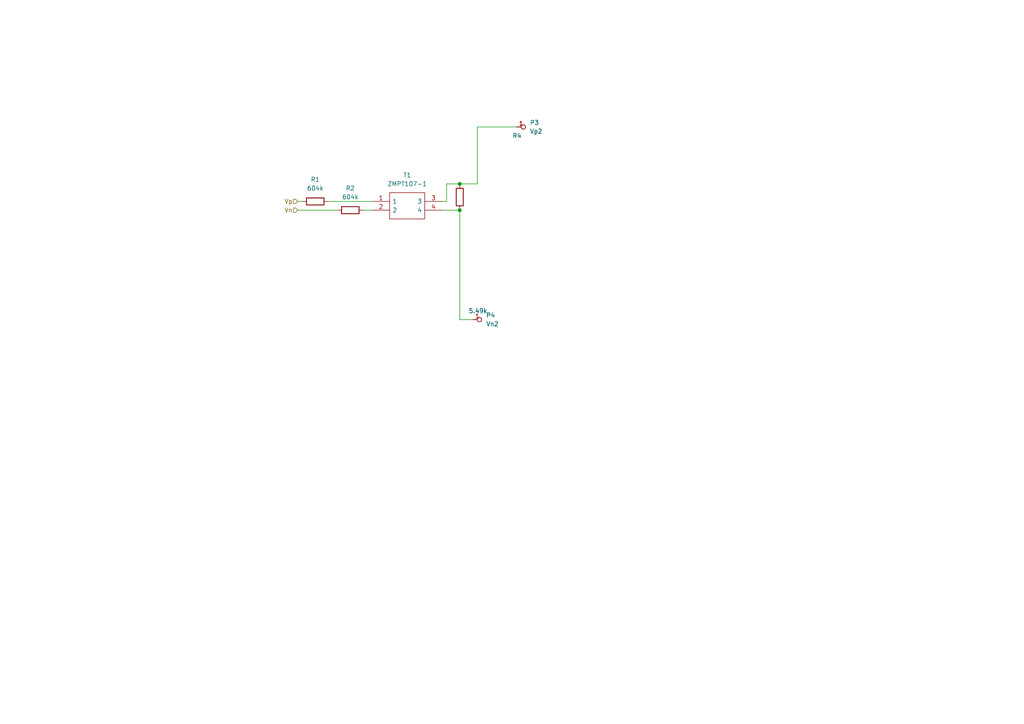
<source format=kicad_sch>
(kicad_sch (version 20231120) (generator "eeschema") (generator_version "8.0")
  (paper "A4")
  (lib_symbols
    (symbol "Mouser:PAD_hole2.6" (exclude_from_sim yes) (in_bom no) (on_board no)
      (property "Reference" "P" (at 1.016 1.778 0))
      (symbol "PAD_hole2.6_1_1"
        (pin input inverted (at -1.27 0 0) (length 2.54) (name "") (number "1"))
      )
    )
    (symbol "Mouser:ZMPT107-1" (pin_names (offset 0.762))
      (property "Reference" "T" (at 16.51 7.62 0))
      (property "Value" "ZMPT107-1" (at 16.51 5.08 0))
      (symbol "ZMPT107-1_0_0"
        (pin passive line (at 0 0 0) (length 5.08) (name "1") (number "1"))
        (pin passive line (at 0 -2.54 0) (length 5.08) (name "2") (number "2"))
        (pin passive line (at 20.32 0 180) (length 5.08) (name "3") (number "3"))
        (pin passive line (at 20.32 -2.54 180) (length 5.08) (name "4") (number "4"))
      )
      (symbol "ZMPT107-1_0_1"
        (polyline (pts (xy 5.08 2.54) (xy 15.24 2.54) (xy 15.24 -5.08) (xy 5.08 -5.08) (xy 5.08 2.54)) (stroke (width 0.1524)))
      )
    )
    (symbol "PAD_hole2.6_1" (exclude_from_sim yes) (in_bom no) (on_board no)
      (property "Reference" "P" (at 1.016 1.778 0))
      (symbol "PAD_hole2.6_1_1_1"
        (pin input inverted (at -1.27 0 0) (length 2.54) (name "") (number "1"))
      )
    )
    (symbol "PCM_Resistor_AKL:R_0402" (pin_numbers hide) (pin_names (offset 0))
      (property "Reference" "R" (at 2.54 1.27 0))
      (property "Value" "R_0402" (at 2.54 -1.27 0))
      (symbol "R_0402_0_1"
        (rectangle (start -1.016 2.54) (end 1.016 -2.54) (stroke (width 0.254)))
      )
      (symbol "R_0402_0_2"
        (polyline (pts (xy -2.54 -2.54) (xy -1.524 -1.524)))
        (polyline (pts (xy 1.524 1.524) (xy 2.54 2.54)))
        (polyline (pts (xy 1.524 1.524) (xy 0.889 2.159) (xy -2.159 -0.889) (xy -0.889 -2.159) (xy 2.159 0.889) (xy 1.524 1.524)) (stroke (width 0.254)))
      )
      (symbol "R_0402_1_1"
        (pin passive line (at 0 3.81 270) (length 1.27) (name "~") (number "1"))
        (pin passive line (at 0 -3.81 90) (length 1.27) (name "~") (number "2"))
      )
      (symbol "R_0402_1_2"
        (pin passive line (at 2.54 2.54 180) (length 0) (name "") (number "1"))
        (pin passive line (at -2.54 -2.54 0) (length 0) (name "") (number "2"))
      )
    )
  )
  (junction (at 133.35 60.96))
  (junction (at 133.35 53.34))
  (wire (pts (xy 133.35 92.71) (xy 133.35 60.96)))
  (wire (pts (xy 86.36 58.42) (xy 87.63 58.42)))
  (wire (pts (xy 129.54 58.42) (xy 128.27 58.42)))
  (wire (pts (xy 138.43 53.34) (xy 133.35 53.34)))
  (wire (pts (xy 138.43 36.83) (xy 138.43 53.34)))
  (wire (pts (xy 137.16 92.71) (xy 133.35 92.71)))
  (wire (pts (xy 133.35 53.34) (xy 129.54 53.34)))
  (wire (pts (xy 149.86 36.83) (xy 138.43 36.83)))
  (wire (pts (xy 105.41 60.96) (xy 107.95 60.96)))
  (wire (pts (xy 95.25 58.42) (xy 107.95 58.42)))
  (wire (pts (xy 86.36 60.96) (xy 97.79 60.96)))
  (wire (pts (xy 133.35 60.96) (xy 128.27 60.96)))
  (wire (pts (xy 129.54 53.34) (xy 129.54 58.42)))
  (hierarchical_label "Vp" (shape input) (at 86.36 58.42 180))
  (hierarchical_label "Vn" (shape input) (at 86.36 60.96 180))
  (symbol (lib_id "Mouser:ZMPT107-1") (at 107.95 58.42 0) (unit 1)
    (property "Reference" "T1" (at 118.11 50.8 0))
    (property "Value" "ZMPT107-1" (at 118.11 53.34 0))
    (property "Footprint" "Mouser:ZMPT1071" (effects (hide yes)))
    (property "Datasheet" "https://item.szlcsc.com/136467.html" (effects (hide yes)))
    (property "Description" "2mA Voltage transformer 1:1 2mA Plugin Current Sense Transformers ROHS" (effects (hide yes)))
    (property "Description_1" "2mA Voltage transformer 1:1 2mA Plugin Current Sense Transformers ROHS" (effects (hide yes)))
    (property "Height" "18.4" (effects (hide yes)))
    (property "Manufacturer_Name" "Qingxian Zeming Langxi Electronic" (effects (hide yes)))
    (property "Manufacturer_Part_Number" "ZMPT107-1" (effects (hide yes)))
  )
  (symbol (lib_id "Mouser:PAD_hole2.6") (at 138.43 92.71 0) (unit 1) (in_bom no)
    (property "Reference" "P4" (at 140.97 91.4399 0) (effects (justify left)))
    (property "Value" "Vn2" (at 140.97 93.9799 0) (effects (justify left)))
    (property "Footprint" "Mouser:PAD_hole" (effects (hide yes)))
  )
  (symbol (lib_id "PCM_Resistor_AKL:R_0402") (at 133.35 57.15 180) (unit 1)
    (property "Reference" "R4" (at 148.59 39.3699 0) (effects (justify right)))
    (property "Value" "5.49k" (at 135.89 90.1699 0) (effects (justify right)))
    (property "Footprint" "PCM_Resistor_SMD_AKL:R_0402_1005Metric" (effects (hide yes)))
    (property "Description" "SMD 0402 Chip Resistor, European Symbol, Alternate KiCad Library" (effects (hide yes)))
  )
  (symbol (lib_id "PCM_Resistor_AKL:R_0402") (at 101.6 60.96 270) (unit 1)
    (property "Reference" "R2" (at 101.6 54.61 90))
    (property "Value" "604k" (at 101.6 57.15 90))
    (property "Footprint" "PCM_Resistor_SMD_AKL:R_1206_3216Metric" (effects (hide yes)))
    (property "Description" "SMD 0402 Chip Resistor, European Symbol, Alternate KiCad Library" (effects (hide yes)))
  )
  (symbol (lib_name "PAD_hole2.6_1") (lib_id "Mouser:PAD_hole2.6") (at 151.13 36.83 0) (unit 1) (in_bom no)
    (property "Reference" "P3" (at 153.67 35.5599 0) (effects (justify left)))
    (property "Value" "Vp2" (at 153.67 38.0999 0) (effects (justify left)))
    (property "Footprint" "Mouser:PAD_hole" (effects (hide yes)))
  )
  (symbol (lib_id "PCM_Resistor_AKL:R_0402") (at 91.44 58.42 270) (unit 1)
    (property "Reference" "R1" (at 91.44 52.07 90))
    (property "Value" "604k" (at 91.44 54.61 90))
    (property "Footprint" "PCM_Resistor_SMD_AKL:R_1206_3216Metric" (effects (hide yes)))
    (property "Description" "SMD 0402 Chip Resistor, European Symbol, Alternate KiCad Library" (effects (hide yes)))
  )
)
</source>
